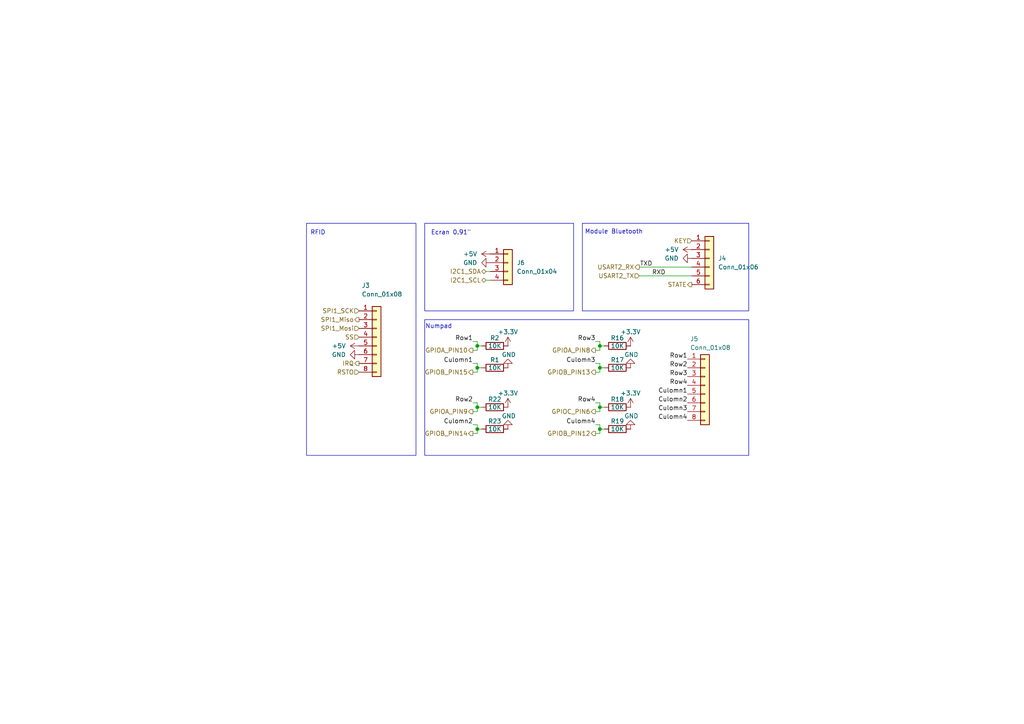
<source format=kicad_sch>
(kicad_sch
	(version 20231120)
	(generator "eeschema")
	(generator_version "8.0")
	(uuid "b70525e9-5106-4835-8f62-48c170525d7a")
	(paper "A4")
	(lib_symbols
		(symbol "Connector_Generic:Conn_01x04"
			(pin_names
				(offset 1.016) hide)
			(exclude_from_sim no)
			(in_bom yes)
			(on_board yes)
			(property "Reference" "J"
				(at 0 5.08 0)
				(effects
					(font
						(size 1.27 1.27)
					)
				)
			)
			(property "Value" "Conn_01x04"
				(at 0 -7.62 0)
				(effects
					(font
						(size 1.27 1.27)
					)
				)
			)
			(property "Footprint" ""
				(at 0 0 0)
				(effects
					(font
						(size 1.27 1.27)
					)
					(hide yes)
				)
			)
			(property "Datasheet" "~"
				(at 0 0 0)
				(effects
					(font
						(size 1.27 1.27)
					)
					(hide yes)
				)
			)
			(property "Description" "Generic connector, single row, 01x04, script generated (kicad-library-utils/schlib/autogen/connector/)"
				(at 0 0 0)
				(effects
					(font
						(size 1.27 1.27)
					)
					(hide yes)
				)
			)
			(property "ki_keywords" "connector"
				(at 0 0 0)
				(effects
					(font
						(size 1.27 1.27)
					)
					(hide yes)
				)
			)
			(property "ki_fp_filters" "Connector*:*_1x??_*"
				(at 0 0 0)
				(effects
					(font
						(size 1.27 1.27)
					)
					(hide yes)
				)
			)
			(symbol "Conn_01x04_1_1"
				(rectangle
					(start -1.27 -4.953)
					(end 0 -5.207)
					(stroke
						(width 0.1524)
						(type default)
					)
					(fill
						(type none)
					)
				)
				(rectangle
					(start -1.27 -2.413)
					(end 0 -2.667)
					(stroke
						(width 0.1524)
						(type default)
					)
					(fill
						(type none)
					)
				)
				(rectangle
					(start -1.27 0.127)
					(end 0 -0.127)
					(stroke
						(width 0.1524)
						(type default)
					)
					(fill
						(type none)
					)
				)
				(rectangle
					(start -1.27 2.667)
					(end 0 2.413)
					(stroke
						(width 0.1524)
						(type default)
					)
					(fill
						(type none)
					)
				)
				(rectangle
					(start -1.27 3.81)
					(end 1.27 -6.35)
					(stroke
						(width 0.254)
						(type default)
					)
					(fill
						(type background)
					)
				)
				(pin passive line
					(at -5.08 2.54 0)
					(length 3.81)
					(name "Pin_1"
						(effects
							(font
								(size 1.27 1.27)
							)
						)
					)
					(number "1"
						(effects
							(font
								(size 1.27 1.27)
							)
						)
					)
				)
				(pin passive line
					(at -5.08 0 0)
					(length 3.81)
					(name "Pin_2"
						(effects
							(font
								(size 1.27 1.27)
							)
						)
					)
					(number "2"
						(effects
							(font
								(size 1.27 1.27)
							)
						)
					)
				)
				(pin passive line
					(at -5.08 -2.54 0)
					(length 3.81)
					(name "Pin_3"
						(effects
							(font
								(size 1.27 1.27)
							)
						)
					)
					(number "3"
						(effects
							(font
								(size 1.27 1.27)
							)
						)
					)
				)
				(pin passive line
					(at -5.08 -5.08 0)
					(length 3.81)
					(name "Pin_4"
						(effects
							(font
								(size 1.27 1.27)
							)
						)
					)
					(number "4"
						(effects
							(font
								(size 1.27 1.27)
							)
						)
					)
				)
			)
		)
		(symbol "Connector_Generic:Conn_01x06"
			(pin_names
				(offset 1.016) hide)
			(exclude_from_sim no)
			(in_bom yes)
			(on_board yes)
			(property "Reference" "J"
				(at 0 7.62 0)
				(effects
					(font
						(size 1.27 1.27)
					)
				)
			)
			(property "Value" "Conn_01x06"
				(at 0 -10.16 0)
				(effects
					(font
						(size 1.27 1.27)
					)
				)
			)
			(property "Footprint" ""
				(at 0 0 0)
				(effects
					(font
						(size 1.27 1.27)
					)
					(hide yes)
				)
			)
			(property "Datasheet" "~"
				(at 0 0 0)
				(effects
					(font
						(size 1.27 1.27)
					)
					(hide yes)
				)
			)
			(property "Description" "Generic connector, single row, 01x06, script generated (kicad-library-utils/schlib/autogen/connector/)"
				(at 0 0 0)
				(effects
					(font
						(size 1.27 1.27)
					)
					(hide yes)
				)
			)
			(property "ki_keywords" "connector"
				(at 0 0 0)
				(effects
					(font
						(size 1.27 1.27)
					)
					(hide yes)
				)
			)
			(property "ki_fp_filters" "Connector*:*_1x??_*"
				(at 0 0 0)
				(effects
					(font
						(size 1.27 1.27)
					)
					(hide yes)
				)
			)
			(symbol "Conn_01x06_1_1"
				(rectangle
					(start -1.27 -7.493)
					(end 0 -7.747)
					(stroke
						(width 0.1524)
						(type default)
					)
					(fill
						(type none)
					)
				)
				(rectangle
					(start -1.27 -4.953)
					(end 0 -5.207)
					(stroke
						(width 0.1524)
						(type default)
					)
					(fill
						(type none)
					)
				)
				(rectangle
					(start -1.27 -2.413)
					(end 0 -2.667)
					(stroke
						(width 0.1524)
						(type default)
					)
					(fill
						(type none)
					)
				)
				(rectangle
					(start -1.27 0.127)
					(end 0 -0.127)
					(stroke
						(width 0.1524)
						(type default)
					)
					(fill
						(type none)
					)
				)
				(rectangle
					(start -1.27 2.667)
					(end 0 2.413)
					(stroke
						(width 0.1524)
						(type default)
					)
					(fill
						(type none)
					)
				)
				(rectangle
					(start -1.27 5.207)
					(end 0 4.953)
					(stroke
						(width 0.1524)
						(type default)
					)
					(fill
						(type none)
					)
				)
				(rectangle
					(start -1.27 6.35)
					(end 1.27 -8.89)
					(stroke
						(width 0.254)
						(type default)
					)
					(fill
						(type background)
					)
				)
				(pin passive line
					(at -5.08 5.08 0)
					(length 3.81)
					(name "Pin_1"
						(effects
							(font
								(size 1.27 1.27)
							)
						)
					)
					(number "1"
						(effects
							(font
								(size 1.27 1.27)
							)
						)
					)
				)
				(pin passive line
					(at -5.08 2.54 0)
					(length 3.81)
					(name "Pin_2"
						(effects
							(font
								(size 1.27 1.27)
							)
						)
					)
					(number "2"
						(effects
							(font
								(size 1.27 1.27)
							)
						)
					)
				)
				(pin passive line
					(at -5.08 0 0)
					(length 3.81)
					(name "Pin_3"
						(effects
							(font
								(size 1.27 1.27)
							)
						)
					)
					(number "3"
						(effects
							(font
								(size 1.27 1.27)
							)
						)
					)
				)
				(pin passive line
					(at -5.08 -2.54 0)
					(length 3.81)
					(name "Pin_4"
						(effects
							(font
								(size 1.27 1.27)
							)
						)
					)
					(number "4"
						(effects
							(font
								(size 1.27 1.27)
							)
						)
					)
				)
				(pin passive line
					(at -5.08 -5.08 0)
					(length 3.81)
					(name "Pin_5"
						(effects
							(font
								(size 1.27 1.27)
							)
						)
					)
					(number "5"
						(effects
							(font
								(size 1.27 1.27)
							)
						)
					)
				)
				(pin passive line
					(at -5.08 -7.62 0)
					(length 3.81)
					(name "Pin_6"
						(effects
							(font
								(size 1.27 1.27)
							)
						)
					)
					(number "6"
						(effects
							(font
								(size 1.27 1.27)
							)
						)
					)
				)
			)
		)
		(symbol "Connector_Generic:Conn_01x08"
			(pin_names
				(offset 1.016) hide)
			(exclude_from_sim no)
			(in_bom yes)
			(on_board yes)
			(property "Reference" "J"
				(at 0 10.16 0)
				(effects
					(font
						(size 1.27 1.27)
					)
				)
			)
			(property "Value" "Conn_01x08"
				(at 0 -12.7 0)
				(effects
					(font
						(size 1.27 1.27)
					)
				)
			)
			(property "Footprint" ""
				(at 0 0 0)
				(effects
					(font
						(size 1.27 1.27)
					)
					(hide yes)
				)
			)
			(property "Datasheet" "~"
				(at 0 0 0)
				(effects
					(font
						(size 1.27 1.27)
					)
					(hide yes)
				)
			)
			(property "Description" "Generic connector, single row, 01x08, script generated (kicad-library-utils/schlib/autogen/connector/)"
				(at 0 0 0)
				(effects
					(font
						(size 1.27 1.27)
					)
					(hide yes)
				)
			)
			(property "ki_keywords" "connector"
				(at 0 0 0)
				(effects
					(font
						(size 1.27 1.27)
					)
					(hide yes)
				)
			)
			(property "ki_fp_filters" "Connector*:*_1x??_*"
				(at 0 0 0)
				(effects
					(font
						(size 1.27 1.27)
					)
					(hide yes)
				)
			)
			(symbol "Conn_01x08_1_1"
				(rectangle
					(start -1.27 -10.033)
					(end 0 -10.287)
					(stroke
						(width 0.1524)
						(type default)
					)
					(fill
						(type none)
					)
				)
				(rectangle
					(start -1.27 -7.493)
					(end 0 -7.747)
					(stroke
						(width 0.1524)
						(type default)
					)
					(fill
						(type none)
					)
				)
				(rectangle
					(start -1.27 -4.953)
					(end 0 -5.207)
					(stroke
						(width 0.1524)
						(type default)
					)
					(fill
						(type none)
					)
				)
				(rectangle
					(start -1.27 -2.413)
					(end 0 -2.667)
					(stroke
						(width 0.1524)
						(type default)
					)
					(fill
						(type none)
					)
				)
				(rectangle
					(start -1.27 0.127)
					(end 0 -0.127)
					(stroke
						(width 0.1524)
						(type default)
					)
					(fill
						(type none)
					)
				)
				(rectangle
					(start -1.27 2.667)
					(end 0 2.413)
					(stroke
						(width 0.1524)
						(type default)
					)
					(fill
						(type none)
					)
				)
				(rectangle
					(start -1.27 5.207)
					(end 0 4.953)
					(stroke
						(width 0.1524)
						(type default)
					)
					(fill
						(type none)
					)
				)
				(rectangle
					(start -1.27 7.747)
					(end 0 7.493)
					(stroke
						(width 0.1524)
						(type default)
					)
					(fill
						(type none)
					)
				)
				(rectangle
					(start -1.27 8.89)
					(end 1.27 -11.43)
					(stroke
						(width 0.254)
						(type default)
					)
					(fill
						(type background)
					)
				)
				(pin passive line
					(at -5.08 7.62 0)
					(length 3.81)
					(name "Pin_1"
						(effects
							(font
								(size 1.27 1.27)
							)
						)
					)
					(number "1"
						(effects
							(font
								(size 1.27 1.27)
							)
						)
					)
				)
				(pin passive line
					(at -5.08 5.08 0)
					(length 3.81)
					(name "Pin_2"
						(effects
							(font
								(size 1.27 1.27)
							)
						)
					)
					(number "2"
						(effects
							(font
								(size 1.27 1.27)
							)
						)
					)
				)
				(pin passive line
					(at -5.08 2.54 0)
					(length 3.81)
					(name "Pin_3"
						(effects
							(font
								(size 1.27 1.27)
							)
						)
					)
					(number "3"
						(effects
							(font
								(size 1.27 1.27)
							)
						)
					)
				)
				(pin passive line
					(at -5.08 0 0)
					(length 3.81)
					(name "Pin_4"
						(effects
							(font
								(size 1.27 1.27)
							)
						)
					)
					(number "4"
						(effects
							(font
								(size 1.27 1.27)
							)
						)
					)
				)
				(pin passive line
					(at -5.08 -2.54 0)
					(length 3.81)
					(name "Pin_5"
						(effects
							(font
								(size 1.27 1.27)
							)
						)
					)
					(number "5"
						(effects
							(font
								(size 1.27 1.27)
							)
						)
					)
				)
				(pin passive line
					(at -5.08 -5.08 0)
					(length 3.81)
					(name "Pin_6"
						(effects
							(font
								(size 1.27 1.27)
							)
						)
					)
					(number "6"
						(effects
							(font
								(size 1.27 1.27)
							)
						)
					)
				)
				(pin passive line
					(at -5.08 -7.62 0)
					(length 3.81)
					(name "Pin_7"
						(effects
							(font
								(size 1.27 1.27)
							)
						)
					)
					(number "7"
						(effects
							(font
								(size 1.27 1.27)
							)
						)
					)
				)
				(pin passive line
					(at -5.08 -10.16 0)
					(length 3.81)
					(name "Pin_8"
						(effects
							(font
								(size 1.27 1.27)
							)
						)
					)
					(number "8"
						(effects
							(font
								(size 1.27 1.27)
							)
						)
					)
				)
			)
		)
		(symbol "Device:R"
			(pin_numbers hide)
			(pin_names
				(offset 0)
			)
			(exclude_from_sim no)
			(in_bom yes)
			(on_board yes)
			(property "Reference" "R"
				(at 2.032 0 90)
				(effects
					(font
						(size 1.27 1.27)
					)
				)
			)
			(property "Value" "R"
				(at 0 0 90)
				(effects
					(font
						(size 1.27 1.27)
					)
				)
			)
			(property "Footprint" ""
				(at -1.778 0 90)
				(effects
					(font
						(size 1.27 1.27)
					)
					(hide yes)
				)
			)
			(property "Datasheet" "~"
				(at 0 0 0)
				(effects
					(font
						(size 1.27 1.27)
					)
					(hide yes)
				)
			)
			(property "Description" "Resistor"
				(at 0 0 0)
				(effects
					(font
						(size 1.27 1.27)
					)
					(hide yes)
				)
			)
			(property "ki_keywords" "R res resistor"
				(at 0 0 0)
				(effects
					(font
						(size 1.27 1.27)
					)
					(hide yes)
				)
			)
			(property "ki_fp_filters" "R_*"
				(at 0 0 0)
				(effects
					(font
						(size 1.27 1.27)
					)
					(hide yes)
				)
			)
			(symbol "R_0_1"
				(rectangle
					(start -1.016 -2.54)
					(end 1.016 2.54)
					(stroke
						(width 0.254)
						(type default)
					)
					(fill
						(type none)
					)
				)
			)
			(symbol "R_1_1"
				(pin passive line
					(at 0 3.81 270)
					(length 1.27)
					(name "~"
						(effects
							(font
								(size 1.27 1.27)
							)
						)
					)
					(number "1"
						(effects
							(font
								(size 1.27 1.27)
							)
						)
					)
				)
				(pin passive line
					(at 0 -3.81 90)
					(length 1.27)
					(name "~"
						(effects
							(font
								(size 1.27 1.27)
							)
						)
					)
					(number "2"
						(effects
							(font
								(size 1.27 1.27)
							)
						)
					)
				)
			)
		)
		(symbol "power:GND"
			(power)
			(pin_numbers hide)
			(pin_names
				(offset 0) hide)
			(exclude_from_sim no)
			(in_bom yes)
			(on_board yes)
			(property "Reference" "#PWR"
				(at 0 -6.35 0)
				(effects
					(font
						(size 1.27 1.27)
					)
					(hide yes)
				)
			)
			(property "Value" "GND"
				(at 0 -3.81 0)
				(effects
					(font
						(size 1.27 1.27)
					)
				)
			)
			(property "Footprint" ""
				(at 0 0 0)
				(effects
					(font
						(size 1.27 1.27)
					)
					(hide yes)
				)
			)
			(property "Datasheet" ""
				(at 0 0 0)
				(effects
					(font
						(size 1.27 1.27)
					)
					(hide yes)
				)
			)
			(property "Description" "Power symbol creates a global label with name \"GND\" , ground"
				(at 0 0 0)
				(effects
					(font
						(size 1.27 1.27)
					)
					(hide yes)
				)
			)
			(property "ki_keywords" "global power"
				(at 0 0 0)
				(effects
					(font
						(size 1.27 1.27)
					)
					(hide yes)
				)
			)
			(symbol "GND_0_1"
				(polyline
					(pts
						(xy 0 0) (xy 0 -1.27) (xy 1.27 -1.27) (xy 0 -2.54) (xy -1.27 -1.27) (xy 0 -1.27)
					)
					(stroke
						(width 0)
						(type default)
					)
					(fill
						(type none)
					)
				)
			)
			(symbol "GND_1_1"
				(pin power_in line
					(at 0 0 270)
					(length 0)
					(name "~"
						(effects
							(font
								(size 1.27 1.27)
							)
						)
					)
					(number "1"
						(effects
							(font
								(size 1.27 1.27)
							)
						)
					)
				)
			)
		)
		(symbol "power:VCC"
			(power)
			(pin_numbers hide)
			(pin_names
				(offset 0) hide)
			(exclude_from_sim no)
			(in_bom yes)
			(on_board yes)
			(property "Reference" "#PWR"
				(at 0 -3.81 0)
				(effects
					(font
						(size 1.27 1.27)
					)
					(hide yes)
				)
			)
			(property "Value" "VCC"
				(at 0 3.556 0)
				(effects
					(font
						(size 1.27 1.27)
					)
				)
			)
			(property "Footprint" ""
				(at 0 0 0)
				(effects
					(font
						(size 1.27 1.27)
					)
					(hide yes)
				)
			)
			(property "Datasheet" ""
				(at 0 0 0)
				(effects
					(font
						(size 1.27 1.27)
					)
					(hide yes)
				)
			)
			(property "Description" "Power symbol creates a global label with name \"VCC\""
				(at 0 0 0)
				(effects
					(font
						(size 1.27 1.27)
					)
					(hide yes)
				)
			)
			(property "ki_keywords" "global power"
				(at 0 0 0)
				(effects
					(font
						(size 1.27 1.27)
					)
					(hide yes)
				)
			)
			(symbol "VCC_0_1"
				(polyline
					(pts
						(xy -0.762 1.27) (xy 0 2.54)
					)
					(stroke
						(width 0)
						(type default)
					)
					(fill
						(type none)
					)
				)
				(polyline
					(pts
						(xy 0 0) (xy 0 2.54)
					)
					(stroke
						(width 0)
						(type default)
					)
					(fill
						(type none)
					)
				)
				(polyline
					(pts
						(xy 0 2.54) (xy 0.762 1.27)
					)
					(stroke
						(width 0)
						(type default)
					)
					(fill
						(type none)
					)
				)
			)
			(symbol "VCC_1_1"
				(pin power_in line
					(at 0 0 90)
					(length 0)
					(name "~"
						(effects
							(font
								(size 1.27 1.27)
							)
						)
					)
					(number "1"
						(effects
							(font
								(size 1.27 1.27)
							)
						)
					)
				)
			)
		)
	)
	(junction
		(at 138.43 100.33)
		(diameter 0)
		(color 0 0 0 0)
		(uuid "0271b318-4ac5-4531-b69e-06f77e8732f5")
	)
	(junction
		(at 138.43 118.11)
		(diameter 0)
		(color 0 0 0 0)
		(uuid "2c10a990-96bb-4fd9-b91a-70d3c74af652")
	)
	(junction
		(at 173.99 100.33)
		(diameter 0)
		(color 0 0 0 0)
		(uuid "312c6af5-d831-4c2b-95d5-5331eb63fcce")
	)
	(junction
		(at 173.99 124.46)
		(diameter 0)
		(color 0 0 0 0)
		(uuid "3b26a779-e3ca-4e34-bf36-48a104a27f1e")
	)
	(junction
		(at 138.43 106.68)
		(diameter 0)
		(color 0 0 0 0)
		(uuid "47f620a8-66d3-4258-a522-c690e63c3abe")
	)
	(junction
		(at 173.99 106.68)
		(diameter 0)
		(color 0 0 0 0)
		(uuid "606a289c-42c6-4fa0-8f74-308c51f146a7")
	)
	(junction
		(at 173.99 118.11)
		(diameter 0)
		(color 0 0 0 0)
		(uuid "726a6431-04fe-46e6-8a8f-19533862b494")
	)
	(junction
		(at 138.43 124.46)
		(diameter 0)
		(color 0 0 0 0)
		(uuid "bcb71585-f46a-4704-9b29-1c57a2042d7d")
	)
	(wire
		(pts
			(xy 173.99 106.68) (xy 175.26 106.68)
		)
		(stroke
			(width 0)
			(type default)
		)
		(uuid "1222866f-b15b-421a-b347-c210e93b0756")
	)
	(wire
		(pts
			(xy 140.97 78.74) (xy 142.24 78.74)
		)
		(stroke
			(width 0)
			(type default)
		)
		(uuid "1f0cbbf6-8a8a-49ce-92fd-1e2f00a8b74c")
	)
	(wire
		(pts
			(xy 173.99 107.95) (xy 173.99 106.68)
		)
		(stroke
			(width 0)
			(type default)
		)
		(uuid "21605e53-ff82-45b5-9674-3b83b46c2c23")
	)
	(wire
		(pts
			(xy 172.72 99.06) (xy 173.99 99.06)
		)
		(stroke
			(width 0)
			(type default)
		)
		(uuid "21623375-1cec-4b3f-8d8a-8ba3b4c2e58c")
	)
	(wire
		(pts
			(xy 172.72 105.41) (xy 173.99 105.41)
		)
		(stroke
			(width 0)
			(type default)
		)
		(uuid "242a2d46-ead1-4347-913f-9e9b6e9417c9")
	)
	(wire
		(pts
			(xy 185.42 80.01) (xy 200.66 80.01)
		)
		(stroke
			(width 0)
			(type default)
		)
		(uuid "25c027e1-5b7a-4c3d-9a75-c20e51052e19")
	)
	(wire
		(pts
			(xy 173.99 125.73) (xy 173.99 124.46)
		)
		(stroke
			(width 0)
			(type default)
		)
		(uuid "28c7caa2-4d68-4091-86e8-c086934045dd")
	)
	(wire
		(pts
			(xy 173.99 119.38) (xy 172.72 119.38)
		)
		(stroke
			(width 0)
			(type default)
		)
		(uuid "2a45cd80-6626-4576-bd0d-60d3743d68e6")
	)
	(wire
		(pts
			(xy 138.43 100.33) (xy 138.43 101.6)
		)
		(stroke
			(width 0)
			(type default)
		)
		(uuid "2c47c897-ca00-4649-b01b-75873f14299f")
	)
	(wire
		(pts
			(xy 138.43 107.95) (xy 138.43 106.68)
		)
		(stroke
			(width 0)
			(type default)
		)
		(uuid "2f0b3600-7b17-4302-b324-5b90a47cb86a")
	)
	(wire
		(pts
			(xy 138.43 106.68) (xy 139.7 106.68)
		)
		(stroke
			(width 0)
			(type default)
		)
		(uuid "35124ed1-2e2a-404f-9606-e1bfbcf4caf6")
	)
	(wire
		(pts
			(xy 138.43 123.19) (xy 138.43 124.46)
		)
		(stroke
			(width 0)
			(type default)
		)
		(uuid "3b80b30b-0ee2-4ac2-9778-f7223f966b8d")
	)
	(wire
		(pts
			(xy 138.43 119.38) (xy 137.16 119.38)
		)
		(stroke
			(width 0)
			(type default)
		)
		(uuid "3dddec8a-463e-4dd6-a8c7-c9e308e689d8")
	)
	(wire
		(pts
			(xy 138.43 125.73) (xy 138.43 124.46)
		)
		(stroke
			(width 0)
			(type default)
		)
		(uuid "408b2a64-d9c9-4b12-bf84-c21bdf1900b5")
	)
	(wire
		(pts
			(xy 137.16 125.73) (xy 138.43 125.73)
		)
		(stroke
			(width 0)
			(type default)
		)
		(uuid "412d99ca-b5d7-41d6-98f5-e4ee0d1d236b")
	)
	(wire
		(pts
			(xy 137.16 116.84) (xy 138.43 116.84)
		)
		(stroke
			(width 0)
			(type default)
		)
		(uuid "42bc034d-e9a0-4c7e-b229-afc455fd5b27")
	)
	(wire
		(pts
			(xy 173.99 118.11) (xy 175.26 118.11)
		)
		(stroke
			(width 0)
			(type default)
		)
		(uuid "4e12251b-7dc2-4ec1-9a19-241a046a70ae")
	)
	(wire
		(pts
			(xy 173.99 100.33) (xy 175.26 100.33)
		)
		(stroke
			(width 0)
			(type default)
		)
		(uuid "500fd835-e16f-4b26-b0e3-a8ee6ae0c350")
	)
	(wire
		(pts
			(xy 173.99 124.46) (xy 175.26 124.46)
		)
		(stroke
			(width 0)
			(type default)
		)
		(uuid "5862b0c1-108b-4246-b1d4-dddbf78a3be3")
	)
	(wire
		(pts
			(xy 173.99 116.84) (xy 173.99 118.11)
		)
		(stroke
			(width 0)
			(type default)
		)
		(uuid "591fdca6-70b7-4922-b39d-3e84bb1b17ab")
	)
	(wire
		(pts
			(xy 138.43 99.06) (xy 138.43 100.33)
		)
		(stroke
			(width 0)
			(type default)
		)
		(uuid "6ba11064-3227-463b-b507-0810d142da83")
	)
	(wire
		(pts
			(xy 137.16 105.41) (xy 138.43 105.41)
		)
		(stroke
			(width 0)
			(type default)
		)
		(uuid "712c76ee-c4a6-4b69-97df-a77a7f95685a")
	)
	(wire
		(pts
			(xy 137.16 107.95) (xy 138.43 107.95)
		)
		(stroke
			(width 0)
			(type default)
		)
		(uuid "7266b93e-bb59-4583-8a8f-1436710b98b4")
	)
	(wire
		(pts
			(xy 138.43 105.41) (xy 138.43 106.68)
		)
		(stroke
			(width 0)
			(type default)
		)
		(uuid "7313bd36-4619-4491-84dc-03a3cb6ce88d")
	)
	(wire
		(pts
			(xy 138.43 116.84) (xy 138.43 118.11)
		)
		(stroke
			(width 0)
			(type default)
		)
		(uuid "7331c830-a4b4-43d9-b4ae-046bbf07e64c")
	)
	(wire
		(pts
			(xy 172.72 125.73) (xy 173.99 125.73)
		)
		(stroke
			(width 0)
			(type default)
		)
		(uuid "78730c1e-b897-4af9-a65b-446494321e3c")
	)
	(wire
		(pts
			(xy 173.99 105.41) (xy 173.99 106.68)
		)
		(stroke
			(width 0)
			(type default)
		)
		(uuid "7f8ddd7c-5786-4f75-8630-acb6bbb8b5ae")
	)
	(wire
		(pts
			(xy 138.43 100.33) (xy 139.7 100.33)
		)
		(stroke
			(width 0)
			(type default)
		)
		(uuid "8423f2ec-de7c-4c9e-9241-d1073030c25b")
	)
	(wire
		(pts
			(xy 138.43 118.11) (xy 138.43 119.38)
		)
		(stroke
			(width 0)
			(type default)
		)
		(uuid "8cedba45-019a-4460-bc29-ed91089adab0")
	)
	(wire
		(pts
			(xy 173.99 118.11) (xy 173.99 119.38)
		)
		(stroke
			(width 0)
			(type default)
		)
		(uuid "9c1e0774-2459-4f4e-9225-c231a1a15adb")
	)
	(wire
		(pts
			(xy 137.16 123.19) (xy 138.43 123.19)
		)
		(stroke
			(width 0)
			(type default)
		)
		(uuid "9cb58d59-42b0-476b-b823-f776645e5fe2")
	)
	(wire
		(pts
			(xy 138.43 118.11) (xy 139.7 118.11)
		)
		(stroke
			(width 0)
			(type default)
		)
		(uuid "9dd64f0e-8d49-4fb5-beff-fe150c54f819")
	)
	(wire
		(pts
			(xy 138.43 101.6) (xy 137.16 101.6)
		)
		(stroke
			(width 0)
			(type default)
		)
		(uuid "a2cb10fb-6fe9-4cb9-b9cb-2f07e906c57b")
	)
	(wire
		(pts
			(xy 172.72 123.19) (xy 173.99 123.19)
		)
		(stroke
			(width 0)
			(type default)
		)
		(uuid "a32c1c56-90c7-4705-9af1-cace8ce5de49")
	)
	(wire
		(pts
			(xy 173.99 100.33) (xy 173.99 101.6)
		)
		(stroke
			(width 0)
			(type default)
		)
		(uuid "a3ef04ee-80be-4b4b-b64b-4ee9cba5331a")
	)
	(wire
		(pts
			(xy 140.97 81.28) (xy 142.24 81.28)
		)
		(stroke
			(width 0)
			(type default)
		)
		(uuid "aaffba26-c949-44b8-b4ee-f27fdb3aea29")
	)
	(wire
		(pts
			(xy 173.99 99.06) (xy 173.99 100.33)
		)
		(stroke
			(width 0)
			(type default)
		)
		(uuid "b7ba850b-5884-4ff9-b67e-7637b4c2abc1")
	)
	(wire
		(pts
			(xy 138.43 124.46) (xy 139.7 124.46)
		)
		(stroke
			(width 0)
			(type default)
		)
		(uuid "c15416cf-6dc7-4576-8503-651f9be3148f")
	)
	(wire
		(pts
			(xy 185.42 77.47) (xy 200.66 77.47)
		)
		(stroke
			(width 0)
			(type default)
		)
		(uuid "cdcc09d2-5ec4-4dbb-8931-1eb632ba426a")
	)
	(wire
		(pts
			(xy 173.99 101.6) (xy 172.72 101.6)
		)
		(stroke
			(width 0)
			(type default)
		)
		(uuid "dc535975-7b73-4d65-9f83-5f47a7abc8f2")
	)
	(wire
		(pts
			(xy 173.99 123.19) (xy 173.99 124.46)
		)
		(stroke
			(width 0)
			(type default)
		)
		(uuid "dcdd226e-628d-47a4-976c-0b922b6d3ca2")
	)
	(wire
		(pts
			(xy 172.72 116.84) (xy 173.99 116.84)
		)
		(stroke
			(width 0)
			(type default)
		)
		(uuid "debc6aaa-861a-4b0c-bfec-563ab9d37ede")
	)
	(wire
		(pts
			(xy 172.72 107.95) (xy 173.99 107.95)
		)
		(stroke
			(width 0)
			(type default)
		)
		(uuid "e2d8b8dd-cced-4a74-a860-caafa9839476")
	)
	(wire
		(pts
			(xy 137.16 99.06) (xy 138.43 99.06)
		)
		(stroke
			(width 0)
			(type default)
		)
		(uuid "f423436c-5af5-42c2-8b3b-c2b4c9c2f5c5")
	)
	(rectangle
		(start 88.9 64.77)
		(end 120.65 132.08)
		(stroke
			(width 0)
			(type default)
		)
		(fill
			(type none)
		)
		(uuid 408cef77-147e-43f3-a684-d23fb6c0a47f)
	)
	(rectangle
		(start 168.91 64.77)
		(end 217.17 90.17)
		(stroke
			(width 0)
			(type default)
		)
		(fill
			(type none)
		)
		(uuid 6be7e32b-20d3-4e59-b1c1-6760218597f4)
	)
	(rectangle
		(start 123.19 64.77)
		(end 166.37 90.17)
		(stroke
			(width 0)
			(type default)
		)
		(fill
			(type none)
		)
		(uuid d966023c-98ab-4737-8e1c-6182b9014ce9)
	)
	(rectangle
		(start 123.19 92.71)
		(end 217.17 132.08)
		(stroke
			(width 0)
			(type default)
		)
		(fill
			(type none)
		)
		(uuid ffa0db3d-a241-4fa6-b935-790b3ebf6c43)
	)
	(text "Numpad"
		(exclude_from_sim no)
		(at 127.254 94.742 0)
		(effects
			(font
				(size 1.27 1.27)
			)
		)
		(uuid "0d432735-310f-47c6-bff0-306dc75749fb")
	)
	(text "RFID\n"
		(exclude_from_sim no)
		(at 92.202 67.564 0)
		(effects
			(font
				(size 1.27 1.27)
			)
		)
		(uuid "cb6f21b2-355b-466f-b990-567915c26f53")
	)
	(text "Module Bluetooth\n"
		(exclude_from_sim no)
		(at 178.054 67.31 0)
		(effects
			(font
				(size 1.27 1.27)
			)
		)
		(uuid "f3709bc2-adee-4387-8f5a-57f222fa6f9d")
	)
	(text "Ecran 0.91\"\n"
		(exclude_from_sim no)
		(at 130.81 67.564 0)
		(effects
			(font
				(size 1.27 1.27)
			)
		)
		(uuid "f7ae6a7b-a0c6-422b-9748-a93edfca7ac0")
	)
	(label "Row2"
		(at 199.39 106.68 180)
		(effects
			(font
				(size 1.27 1.27)
			)
			(justify right bottom)
		)
		(uuid "076ccd8c-18b1-4f03-be09-6ea0ed128e53")
	)
	(label "Row4"
		(at 199.39 111.76 180)
		(effects
			(font
				(size 1.27 1.27)
			)
			(justify right bottom)
		)
		(uuid "0edc8867-7355-4f18-9c48-54b9c7fe811e")
	)
	(label "RXD"
		(at 193.04 80.01 180)
		(effects
			(font
				(size 1.27 1.27)
			)
			(justify right bottom)
		)
		(uuid "169d197e-111c-4091-b275-babafc800bb6")
	)
	(label "Row1"
		(at 137.16 99.06 180)
		(effects
			(font
				(size 1.27 1.27)
			)
			(justify right bottom)
		)
		(uuid "1cf000bb-b4b4-4195-834f-5e76a91ff650")
	)
	(label "Culomn3"
		(at 199.39 119.38 180)
		(effects
			(font
				(size 1.27 1.27)
			)
			(justify right bottom)
		)
		(uuid "1f0b6c2a-d85b-4d86-af94-3f0ca2ce62bd")
	)
	(label "Culomn1"
		(at 137.16 105.41 180)
		(effects
			(font
				(size 1.27 1.27)
			)
			(justify right bottom)
		)
		(uuid "42a0df4c-fa7b-497c-8893-f351c7960d12")
	)
	(label "Row4"
		(at 172.72 116.84 180)
		(effects
			(font
				(size 1.27 1.27)
			)
			(justify right bottom)
		)
		(uuid "53237bd7-b242-41d7-8d60-39c73ee9c33a")
	)
	(label "TXD"
		(at 189.23 77.47 180)
		(effects
			(font
				(size 1.27 1.27)
			)
			(justify right bottom)
		)
		(uuid "5c7d6813-8880-4ac8-8e3c-6ff429b012ef")
	)
	(label "Culomn2"
		(at 199.39 116.84 180)
		(effects
			(font
				(size 1.27 1.27)
			)
			(justify right bottom)
		)
		(uuid "858660e7-38e3-417e-be27-f8331afe3a7b")
	)
	(label "Culomn2"
		(at 137.16 123.19 180)
		(effects
			(font
				(size 1.27 1.27)
			)
			(justify right bottom)
		)
		(uuid "95164ed1-f432-4f49-a77a-69da83af1e8a")
	)
	(label "Culomn4"
		(at 199.39 121.92 180)
		(effects
			(font
				(size 1.27 1.27)
			)
			(justify right bottom)
		)
		(uuid "97923e39-8d23-4c9b-a95e-8e6ee18fcfda")
	)
	(label "Row1"
		(at 199.39 104.14 180)
		(effects
			(font
				(size 1.27 1.27)
			)
			(justify right bottom)
		)
		(uuid "acd4b13c-cac3-4322-b61e-1e94bf68914f")
	)
	(label "Culomn1"
		(at 199.39 114.3 180)
		(effects
			(font
				(size 1.27 1.27)
			)
			(justify right bottom)
		)
		(uuid "c74d8d3b-0988-43bb-a129-b3b825ab80cf")
	)
	(label "Row2"
		(at 137.16 116.84 180)
		(effects
			(font
				(size 1.27 1.27)
			)
			(justify right bottom)
		)
		(uuid "cbcc4304-dd7d-447f-9f65-2d22b4075200")
	)
	(label "Row3"
		(at 172.72 99.06 180)
		(effects
			(font
				(size 1.27 1.27)
			)
			(justify right bottom)
		)
		(uuid "cf5dc051-371a-44cb-aad1-bbc46113658b")
	)
	(label "Culomn3"
		(at 172.72 105.41 180)
		(effects
			(font
				(size 1.27 1.27)
			)
			(justify right bottom)
		)
		(uuid "d674fb87-a683-4653-b0d1-2d6640f596cb")
	)
	(label "Culomn4"
		(at 172.72 123.19 180)
		(effects
			(font
				(size 1.27 1.27)
			)
			(justify right bottom)
		)
		(uuid "e05e171a-a58b-43d1-b3a1-533c6b8756bf")
	)
	(label "Row3"
		(at 199.39 109.22 180)
		(effects
			(font
				(size 1.27 1.27)
			)
			(justify right bottom)
		)
		(uuid "e0cd760a-67ce-4e05-932c-899718ed64f4")
	)
	(hierarchical_label "GPIOB_PIN14"
		(shape output)
		(at 137.16 125.73 180)
		(effects
			(font
				(size 1.27 1.27)
			)
			(justify right)
		)
		(uuid "0282afc2-c504-4760-a33b-c49b3c0bbc61")
	)
	(hierarchical_label "GPIOA_PIN9"
		(shape output)
		(at 137.16 119.38 180)
		(effects
			(font
				(size 1.27 1.27)
			)
			(justify right)
		)
		(uuid "0527318a-d6e5-458d-86a5-27019fcf7eed")
	)
	(hierarchical_label "SPI1_SCK"
		(shape input)
		(at 104.14 90.17 180)
		(effects
			(font
				(size 1.27 1.27)
			)
			(justify right)
		)
		(uuid "09135cfe-24a8-40bb-ae2b-a5684dfa746d")
	)
	(hierarchical_label "SS"
		(shape input)
		(at 104.14 97.79 180)
		(effects
			(font
				(size 1.27 1.27)
			)
			(justify right)
		)
		(uuid "155b43a4-27f5-4163-b71b-20839b2ea44b")
	)
	(hierarchical_label "USART2_RX"
		(shape output)
		(at 185.42 77.47 180)
		(effects
			(font
				(size 1.27 1.27)
			)
			(justify right)
		)
		(uuid "22e0b255-3097-47c8-8d84-d381519f954a")
	)
	(hierarchical_label "KEY"
		(shape input)
		(at 200.66 69.85 180)
		(effects
			(font
				(size 1.27 1.27)
			)
			(justify right)
		)
		(uuid "2cead957-05e6-4617-85c7-b0fc0aa58eee")
	)
	(hierarchical_label "STATE"
		(shape output)
		(at 200.66 82.55 180)
		(effects
			(font
				(size 1.27 1.27)
			)
			(justify right)
		)
		(uuid "41d93b3c-207a-42d4-84be-8b6dad034b77")
	)
	(hierarchical_label "GPIOC_PIN6"
		(shape output)
		(at 172.72 119.38 180)
		(effects
			(font
				(size 1.27 1.27)
			)
			(justify right)
		)
		(uuid "4eae8bbb-385f-4c95-83c1-40735ce2db39")
	)
	(hierarchical_label "RSTO"
		(shape input)
		(at 104.14 107.95 180)
		(effects
			(font
				(size 1.27 1.27)
			)
			(justify right)
		)
		(uuid "54ba13ef-51bd-4b7c-9ce6-c08ac4f94a3e")
	)
	(hierarchical_label "GPIOB_PIN13"
		(shape output)
		(at 172.72 107.95 180)
		(effects
			(font
				(size 1.27 1.27)
			)
			(justify right)
		)
		(uuid "5953a84a-3d74-41f8-a9bb-6184dec5100b")
	)
	(hierarchical_label "IRQ"
		(shape output)
		(at 104.14 105.41 180)
		(effects
			(font
				(size 1.27 1.27)
			)
			(justify right)
		)
		(uuid "61befd71-75e2-4a0c-add8-9664a55b7a82")
	)
	(hierarchical_label "GPIOB_PIN15"
		(shape output)
		(at 137.16 107.95 180)
		(effects
			(font
				(size 1.27 1.27)
			)
			(justify right)
		)
		(uuid "6ea455eb-0f31-460c-8bf4-fad408717ef6")
	)
	(hierarchical_label "GPIOB_PIN12"
		(shape output)
		(at 172.72 125.73 180)
		(effects
			(font
				(size 1.27 1.27)
			)
			(justify right)
		)
		(uuid "7a745bea-6e91-4a7b-a1a8-f9ea4ce0295b")
	)
	(hierarchical_label "SPI1_Mosi"
		(shape input)
		(at 104.14 95.25 180)
		(effects
			(font
				(size 1.27 1.27)
			)
			(justify right)
		)
		(uuid "857c59e3-5631-4964-bf46-69efc373adf0")
	)
	(hierarchical_label "SPI1_Miso"
		(shape output)
		(at 104.14 92.71 180)
		(effects
			(font
				(size 1.27 1.27)
			)
			(justify right)
		)
		(uuid "9475b17d-4034-4112-9d2f-d9eeb432c9d5")
	)
	(hierarchical_label "I2C1_SDA"
		(shape bidirectional)
		(at 140.97 78.74 180)
		(effects
			(font
				(size 1.27 1.27)
			)
			(justify right)
		)
		(uuid "a88d9849-4b37-473e-8150-48ef6e236ae4")
	)
	(hierarchical_label "GPIOA_PIN8"
		(shape output)
		(at 172.72 101.6 180)
		(effects
			(font
				(size 1.27 1.27)
			)
			(justify right)
		)
		(uuid "b7a1922f-1e2a-4d68-822f-4d4bb83dccdc")
	)
	(hierarchical_label "I2C1_SCL"
		(shape bidirectional)
		(at 140.97 81.28 180)
		(effects
			(font
				(size 1.27 1.27)
			)
			(justify right)
		)
		(uuid "c28fe237-3270-4615-a761-3198a0f6ca6f")
	)
	(hierarchical_label "USART2_TX"
		(shape input)
		(at 185.42 80.01 180)
		(effects
			(font
				(size 1.27 1.27)
			)
			(justify right)
		)
		(uuid "ce20f034-d926-44aa-83c7-2c986a2dd70e")
	)
	(hierarchical_label "GPIOA_PIN10"
		(shape output)
		(at 137.16 101.6 180)
		(effects
			(font
				(size 1.27 1.27)
			)
			(justify right)
		)
		(uuid "d2c231c3-a845-45cf-89ca-976922413415")
	)
	(symbol
		(lib_id "Device:R")
		(at 179.07 100.33 90)
		(unit 1)
		(exclude_from_sim no)
		(in_bom yes)
		(on_board yes)
		(dnp no)
		(uuid "0537c7e7-e8e2-470d-a4ab-723791f25827")
		(property "Reference" "R16"
			(at 179.07 98.044 90)
			(effects
				(font
					(size 1.27 1.27)
				)
			)
		)
		(property "Value" "10K"
			(at 179.07 100.33 90)
			(effects
				(font
					(size 1.27 1.27)
				)
			)
		)
		(property "Footprint" "Resistor_SMD:R_0402_1005Metric"
			(at 179.07 102.108 90)
			(effects
				(font
					(size 1.27 1.27)
				)
				(hide yes)
			)
		)
		(property "Datasheet" "~"
			(at 179.07 100.33 0)
			(effects
				(font
					(size 1.27 1.27)
				)
				(hide yes)
			)
		)
		(property "Description" "Resistor"
			(at 179.07 100.33 0)
			(effects
				(font
					(size 1.27 1.27)
				)
				(hide yes)
			)
		)
		(pin "1"
			(uuid "d3457893-0bc5-4a0f-bd4f-a3ae6cf06485")
		)
		(pin "2"
			(uuid "d79e13d7-d35a-42f5-a5f2-c3faba690768")
		)
		(instances
			(project "PCB_Module_Payement"
				(path "/48ddf8d7-54b6-4c34-8554-2bb8e32bda4b/9cac3b02-6fd8-40b5-8eac-d08f1fb9f7d0"
					(reference "R16")
					(unit 1)
				)
			)
		)
	)
	(symbol
		(lib_id "power:GND")
		(at 182.88 106.68 180)
		(unit 1)
		(exclude_from_sim no)
		(in_bom yes)
		(on_board yes)
		(dnp no)
		(uuid "084d07d1-f63d-4d03-9f9b-83f647ffdd6d")
		(property "Reference" "#PWR048"
			(at 182.88 100.33 0)
			(effects
				(font
					(size 1.27 1.27)
				)
				(hide yes)
			)
		)
		(property "Value" "GND"
			(at 183.134 102.87 0)
			(effects
				(font
					(size 1.27 1.27)
				)
			)
		)
		(property "Footprint" ""
			(at 182.88 106.68 0)
			(effects
				(font
					(size 1.27 1.27)
				)
				(hide yes)
			)
		)
		(property "Datasheet" ""
			(at 182.88 106.68 0)
			(effects
				(font
					(size 1.27 1.27)
				)
				(hide yes)
			)
		)
		(property "Description" "Power symbol creates a global label with name \"GND\" , ground"
			(at 182.88 106.68 0)
			(effects
				(font
					(size 1.27 1.27)
				)
				(hide yes)
			)
		)
		(pin "1"
			(uuid "72af2d9f-e3a7-40de-b549-05840e671d67")
		)
		(instances
			(project "PCB_Module_Payement"
				(path "/48ddf8d7-54b6-4c34-8554-2bb8e32bda4b/9cac3b02-6fd8-40b5-8eac-d08f1fb9f7d0"
					(reference "#PWR048")
					(unit 1)
				)
			)
		)
	)
	(symbol
		(lib_id "power:VCC")
		(at 104.14 100.33 90)
		(unit 1)
		(exclude_from_sim no)
		(in_bom yes)
		(on_board yes)
		(dnp no)
		(fields_autoplaced yes)
		(uuid "1b4abf66-094e-4796-84ba-2a2affe37d76")
		(property "Reference" "#PWR041"
			(at 107.95 100.33 0)
			(effects
				(font
					(size 1.27 1.27)
				)
				(hide yes)
			)
		)
		(property "Value" "+5V"
			(at 100.33 100.3299 90)
			(effects
				(font
					(size 1.27 1.27)
				)
				(justify left)
			)
		)
		(property "Footprint" ""
			(at 104.14 100.33 0)
			(effects
				(font
					(size 1.27 1.27)
				)
				(hide yes)
			)
		)
		(property "Datasheet" ""
			(at 104.14 100.33 0)
			(effects
				(font
					(size 1.27 1.27)
				)
				(hide yes)
			)
		)
		(property "Description" "Power symbol creates a global label with name \"VCC\""
			(at 104.14 100.33 0)
			(effects
				(font
					(size 1.27 1.27)
				)
				(hide yes)
			)
		)
		(pin "1"
			(uuid "8f79d060-0f1e-4572-8802-29fc145582a4")
		)
		(instances
			(project ""
				(path "/48ddf8d7-54b6-4c34-8554-2bb8e32bda4b/9cac3b02-6fd8-40b5-8eac-d08f1fb9f7d0"
					(reference "#PWR041")
					(unit 1)
				)
			)
		)
	)
	(symbol
		(lib_id "power:VCC")
		(at 147.32 118.11 0)
		(unit 1)
		(exclude_from_sim no)
		(in_bom yes)
		(on_board yes)
		(dnp no)
		(uuid "2588792d-ca9d-43cb-8213-514bd1fe9775")
		(property "Reference" "#PWR053"
			(at 147.32 121.92 0)
			(effects
				(font
					(size 1.27 1.27)
				)
				(hide yes)
			)
		)
		(property "Value" "+3.3V"
			(at 147.32 114.046 0)
			(effects
				(font
					(size 1.27 1.27)
				)
			)
		)
		(property "Footprint" ""
			(at 147.32 118.11 0)
			(effects
				(font
					(size 1.27 1.27)
				)
				(hide yes)
			)
		)
		(property "Datasheet" ""
			(at 147.32 118.11 0)
			(effects
				(font
					(size 1.27 1.27)
				)
				(hide yes)
			)
		)
		(property "Description" "Power symbol creates a global label with name \"VCC\""
			(at 147.32 118.11 0)
			(effects
				(font
					(size 1.27 1.27)
				)
				(hide yes)
			)
		)
		(pin "1"
			(uuid "c829082e-67db-4143-9ac3-46535a2ef542")
		)
		(instances
			(project "PCB_Module_Payement"
				(path "/48ddf8d7-54b6-4c34-8554-2bb8e32bda4b/9cac3b02-6fd8-40b5-8eac-d08f1fb9f7d0"
					(reference "#PWR053")
					(unit 1)
				)
			)
		)
	)
	(symbol
		(lib_id "Device:R")
		(at 179.07 118.11 90)
		(unit 1)
		(exclude_from_sim no)
		(in_bom yes)
		(on_board yes)
		(dnp no)
		(uuid "30441b4c-7fd5-44ae-87f1-d2648bc8c5f6")
		(property "Reference" "R18"
			(at 179.07 115.824 90)
			(effects
				(font
					(size 1.27 1.27)
				)
			)
		)
		(property "Value" "10K"
			(at 179.07 118.11 90)
			(effects
				(font
					(size 1.27 1.27)
				)
			)
		)
		(property "Footprint" "Resistor_SMD:R_0402_1005Metric"
			(at 179.07 119.888 90)
			(effects
				(font
					(size 1.27 1.27)
				)
				(hide yes)
			)
		)
		(property "Datasheet" "~"
			(at 179.07 118.11 0)
			(effects
				(font
					(size 1.27 1.27)
				)
				(hide yes)
			)
		)
		(property "Description" "Resistor"
			(at 179.07 118.11 0)
			(effects
				(font
					(size 1.27 1.27)
				)
				(hide yes)
			)
		)
		(pin "1"
			(uuid "0ac76ea4-6954-4771-a2d8-5529f78743c2")
		)
		(pin "2"
			(uuid "8da35207-24fc-44cd-ae73-090d0b23e3d1")
		)
		(instances
			(project "PCB_Module_Payement"
				(path "/48ddf8d7-54b6-4c34-8554-2bb8e32bda4b/9cac3b02-6fd8-40b5-8eac-d08f1fb9f7d0"
					(reference "R18")
					(unit 1)
				)
			)
		)
	)
	(symbol
		(lib_id "power:VCC")
		(at 200.66 72.39 90)
		(unit 1)
		(exclude_from_sim no)
		(in_bom yes)
		(on_board yes)
		(dnp no)
		(fields_autoplaced yes)
		(uuid "5c2cb395-9091-4692-bf79-93ec932d3e21")
		(property "Reference" "#PWR043"
			(at 204.47 72.39 0)
			(effects
				(font
					(size 1.27 1.27)
				)
				(hide yes)
			)
		)
		(property "Value" "+5V"
			(at 196.85 72.3899 90)
			(effects
				(font
					(size 1.27 1.27)
				)
				(justify left)
			)
		)
		(property "Footprint" ""
			(at 200.66 72.39 0)
			(effects
				(font
					(size 1.27 1.27)
				)
				(hide yes)
			)
		)
		(property "Datasheet" ""
			(at 200.66 72.39 0)
			(effects
				(font
					(size 1.27 1.27)
				)
				(hide yes)
			)
		)
		(property "Description" "Power symbol creates a global label with name \"VCC\""
			(at 200.66 72.39 0)
			(effects
				(font
					(size 1.27 1.27)
				)
				(hide yes)
			)
		)
		(pin "1"
			(uuid "b18ab28f-f51c-41da-830a-d1f46d7e3677")
		)
		(instances
			(project "PCB_Module_Payement"
				(path "/48ddf8d7-54b6-4c34-8554-2bb8e32bda4b/9cac3b02-6fd8-40b5-8eac-d08f1fb9f7d0"
					(reference "#PWR043")
					(unit 1)
				)
			)
		)
	)
	(symbol
		(lib_id "Device:R")
		(at 143.51 100.33 90)
		(unit 1)
		(exclude_from_sim no)
		(in_bom yes)
		(on_board yes)
		(dnp no)
		(uuid "6083a8cc-46b2-4235-a719-68c347f80dec")
		(property "Reference" "R2"
			(at 143.51 98.044 90)
			(effects
				(font
					(size 1.27 1.27)
				)
			)
		)
		(property "Value" "10K"
			(at 143.51 100.33 90)
			(effects
				(font
					(size 1.27 1.27)
				)
			)
		)
		(property "Footprint" "Resistor_SMD:R_0402_1005Metric"
			(at 143.51 102.108 90)
			(effects
				(font
					(size 1.27 1.27)
				)
				(hide yes)
			)
		)
		(property "Datasheet" "~"
			(at 143.51 100.33 0)
			(effects
				(font
					(size 1.27 1.27)
				)
				(hide yes)
			)
		)
		(property "Description" "Resistor"
			(at 143.51 100.33 0)
			(effects
				(font
					(size 1.27 1.27)
				)
				(hide yes)
			)
		)
		(pin "1"
			(uuid "6d27b154-f879-4106-8086-a99c503ce24d")
		)
		(pin "2"
			(uuid "016cf62c-d854-4e04-a7d4-1475c8a5d24e")
		)
		(instances
			(project "PCB_Module_Payement"
				(path "/48ddf8d7-54b6-4c34-8554-2bb8e32bda4b/9cac3b02-6fd8-40b5-8eac-d08f1fb9f7d0"
					(reference "R2")
					(unit 1)
				)
			)
		)
	)
	(symbol
		(lib_id "power:GND")
		(at 182.88 124.46 180)
		(unit 1)
		(exclude_from_sim no)
		(in_bom yes)
		(on_board yes)
		(dnp no)
		(uuid "64e590f0-253a-4733-a7ee-5891c0aad423")
		(property "Reference" "#PWR050"
			(at 182.88 118.11 0)
			(effects
				(font
					(size 1.27 1.27)
				)
				(hide yes)
			)
		)
		(property "Value" "GND"
			(at 183.134 120.65 0)
			(effects
				(font
					(size 1.27 1.27)
				)
			)
		)
		(property "Footprint" ""
			(at 182.88 124.46 0)
			(effects
				(font
					(size 1.27 1.27)
				)
				(hide yes)
			)
		)
		(property "Datasheet" ""
			(at 182.88 124.46 0)
			(effects
				(font
					(size 1.27 1.27)
				)
				(hide yes)
			)
		)
		(property "Description" "Power symbol creates a global label with name \"GND\" , ground"
			(at 182.88 124.46 0)
			(effects
				(font
					(size 1.27 1.27)
				)
				(hide yes)
			)
		)
		(pin "1"
			(uuid "d6e0a3b6-8ab8-4d1e-8e90-b8eedb698060")
		)
		(instances
			(project "PCB_Module_Payement"
				(path "/48ddf8d7-54b6-4c34-8554-2bb8e32bda4b/9cac3b02-6fd8-40b5-8eac-d08f1fb9f7d0"
					(reference "#PWR050")
					(unit 1)
				)
			)
		)
	)
	(symbol
		(lib_id "Device:R")
		(at 143.51 124.46 90)
		(unit 1)
		(exclude_from_sim no)
		(in_bom yes)
		(on_board yes)
		(dnp no)
		(uuid "70af9473-6f0c-4a62-b0e7-a0960fe6aacb")
		(property "Reference" "R23"
			(at 143.51 122.174 90)
			(effects
				(font
					(size 1.27 1.27)
				)
			)
		)
		(property "Value" "10K"
			(at 143.51 124.46 90)
			(effects
				(font
					(size 1.27 1.27)
				)
			)
		)
		(property "Footprint" "Resistor_SMD:R_0402_1005Metric"
			(at 143.51 126.238 90)
			(effects
				(font
					(size 1.27 1.27)
				)
				(hide yes)
			)
		)
		(property "Datasheet" "~"
			(at 143.51 124.46 0)
			(effects
				(font
					(size 1.27 1.27)
				)
				(hide yes)
			)
		)
		(property "Description" "Resistor"
			(at 143.51 124.46 0)
			(effects
				(font
					(size 1.27 1.27)
				)
				(hide yes)
			)
		)
		(pin "1"
			(uuid "6de0271a-29b9-4683-8190-adcd70183a60")
		)
		(pin "2"
			(uuid "ab910443-4e11-4394-ac1b-3ac2e84055e1")
		)
		(instances
			(project "PCB_Module_Payement"
				(path "/48ddf8d7-54b6-4c34-8554-2bb8e32bda4b/9cac3b02-6fd8-40b5-8eac-d08f1fb9f7d0"
					(reference "R23")
					(unit 1)
				)
			)
		)
	)
	(symbol
		(lib_id "Device:R")
		(at 143.51 106.68 90)
		(unit 1)
		(exclude_from_sim no)
		(in_bom yes)
		(on_board yes)
		(dnp no)
		(uuid "77a4ece6-65d1-4695-a98c-504a566b1b5a")
		(property "Reference" "R1"
			(at 143.51 104.394 90)
			(effects
				(font
					(size 1.27 1.27)
				)
			)
		)
		(property "Value" "10K"
			(at 143.51 106.68 90)
			(effects
				(font
					(size 1.27 1.27)
				)
			)
		)
		(property "Footprint" "Resistor_SMD:R_0402_1005Metric"
			(at 143.51 108.458 90)
			(effects
				(font
					(size 1.27 1.27)
				)
				(hide yes)
			)
		)
		(property "Datasheet" "~"
			(at 143.51 106.68 0)
			(effects
				(font
					(size 1.27 1.27)
				)
				(hide yes)
			)
		)
		(property "Description" "Resistor"
			(at 143.51 106.68 0)
			(effects
				(font
					(size 1.27 1.27)
				)
				(hide yes)
			)
		)
		(pin "1"
			(uuid "e381eb2c-6f09-477c-8f83-f6a659796e52")
		)
		(pin "2"
			(uuid "ba9e6bfd-3859-4b61-8fe5-1eba24c39902")
		)
		(instances
			(project "PCB_Module_Payement"
				(path "/48ddf8d7-54b6-4c34-8554-2bb8e32bda4b/9cac3b02-6fd8-40b5-8eac-d08f1fb9f7d0"
					(reference "R1")
					(unit 1)
				)
			)
		)
	)
	(symbol
		(lib_id "Connector_Generic:Conn_01x08")
		(at 204.47 111.76 0)
		(unit 1)
		(exclude_from_sim no)
		(in_bom yes)
		(on_board yes)
		(dnp no)
		(uuid "7f35b0b4-cb12-4933-8b59-a4cb7efed2a0")
		(property "Reference" "J5"
			(at 200.152 98.298 0)
			(effects
				(font
					(size 1.27 1.27)
				)
				(justify left)
			)
		)
		(property "Value" "Conn_01x08"
			(at 200.152 100.838 0)
			(effects
				(font
					(size 1.27 1.27)
				)
				(justify left)
			)
		)
		(property "Footprint" "Connector_PinHeader_2.54mm:PinHeader_1x08_P2.54mm_Horizontal"
			(at 204.47 111.76 0)
			(effects
				(font
					(size 1.27 1.27)
				)
				(hide yes)
			)
		)
		(property "Datasheet" "~"
			(at 204.47 111.76 0)
			(effects
				(font
					(size 1.27 1.27)
				)
				(hide yes)
			)
		)
		(property "Description" "Generic connector, single row, 01x08, script generated (kicad-library-utils/schlib/autogen/connector/)"
			(at 204.47 111.76 0)
			(effects
				(font
					(size 1.27 1.27)
				)
				(hide yes)
			)
		)
		(pin "8"
			(uuid "095fb444-3e32-4cda-b5df-fa841d499b8f")
		)
		(pin "2"
			(uuid "693342a2-5241-43b6-a8ec-1120b05fdc17")
		)
		(pin "7"
			(uuid "ab18f595-da76-43ec-ad55-85bd472593a4")
		)
		(pin "6"
			(uuid "1376ce15-fcbc-4fef-91db-335cbd3ac0de")
		)
		(pin "5"
			(uuid "51b1284a-1a10-43a4-afbd-ea78d9cb51b9")
		)
		(pin "3"
			(uuid "e6808255-33a7-4e93-baa3-021eeca77aa6")
		)
		(pin "1"
			(uuid "083b562e-e65d-4647-bd24-2510b4407700")
		)
		(pin "4"
			(uuid "cefa6a42-9c5d-4fac-a6e3-06912acace4d")
		)
		(instances
			(project "PCB_Module_Payement"
				(path "/48ddf8d7-54b6-4c34-8554-2bb8e32bda4b/9cac3b02-6fd8-40b5-8eac-d08f1fb9f7d0"
					(reference "J5")
					(unit 1)
				)
			)
		)
	)
	(symbol
		(lib_id "Device:R")
		(at 179.07 106.68 90)
		(unit 1)
		(exclude_from_sim no)
		(in_bom yes)
		(on_board yes)
		(dnp no)
		(uuid "9ae90ef2-e66c-4003-8687-1c1aa04641e2")
		(property "Reference" "R17"
			(at 179.07 104.394 90)
			(effects
				(font
					(size 1.27 1.27)
				)
			)
		)
		(property "Value" "10K"
			(at 179.07 106.68 90)
			(effects
				(font
					(size 1.27 1.27)
				)
			)
		)
		(property "Footprint" "Resistor_SMD:R_0402_1005Metric"
			(at 179.07 108.458 90)
			(effects
				(font
					(size 1.27 1.27)
				)
				(hide yes)
			)
		)
		(property "Datasheet" "~"
			(at 179.07 106.68 0)
			(effects
				(font
					(size 1.27 1.27)
				)
				(hide yes)
			)
		)
		(property "Description" "Resistor"
			(at 179.07 106.68 0)
			(effects
				(font
					(size 1.27 1.27)
				)
				(hide yes)
			)
		)
		(pin "1"
			(uuid "1bd7ecf9-87e4-4e5e-9a5e-d9b270ef81c5")
		)
		(pin "2"
			(uuid "93d99b9e-b3fb-4b89-8eae-f37b57fcb3c6")
		)
		(instances
			(project "PCB_Module_Payement"
				(path "/48ddf8d7-54b6-4c34-8554-2bb8e32bda4b/9cac3b02-6fd8-40b5-8eac-d08f1fb9f7d0"
					(reference "R17")
					(unit 1)
				)
			)
		)
	)
	(symbol
		(lib_id "Connector_Generic:Conn_01x06")
		(at 205.74 74.93 0)
		(unit 1)
		(exclude_from_sim no)
		(in_bom yes)
		(on_board yes)
		(dnp no)
		(fields_autoplaced yes)
		(uuid "a91d32b6-ee2b-4c3a-92d5-448169834ff9")
		(property "Reference" "J4"
			(at 208.28 74.9299 0)
			(effects
				(font
					(size 1.27 1.27)
				)
				(justify left)
			)
		)
		(property "Value" "Conn_01x06"
			(at 208.28 77.4699 0)
			(effects
				(font
					(size 1.27 1.27)
				)
				(justify left)
			)
		)
		(property "Footprint" "Connector_PinHeader_2.54mm:PinHeader_1x06_P2.54mm_Horizontal"
			(at 205.74 74.93 0)
			(effects
				(font
					(size 1.27 1.27)
				)
				(hide yes)
			)
		)
		(property "Datasheet" "~"
			(at 205.74 74.93 0)
			(effects
				(font
					(size 1.27 1.27)
				)
				(hide yes)
			)
		)
		(property "Description" "Generic connector, single row, 01x06, script generated (kicad-library-utils/schlib/autogen/connector/)"
			(at 205.74 74.93 0)
			(effects
				(font
					(size 1.27 1.27)
				)
				(hide yes)
			)
		)
		(pin "6"
			(uuid "0b0299b3-4ecd-43be-902c-dc2e41c97cd1")
		)
		(pin "1"
			(uuid "abd1f821-274d-4e87-a735-0971255ee732")
		)
		(pin "5"
			(uuid "68d2878b-70c5-4132-967b-c8eb8e1d54c8")
		)
		(pin "2"
			(uuid "fed295d3-b991-476a-8906-459279b3903d")
		)
		(pin "4"
			(uuid "f75a1006-77b7-44fb-afb7-e887230ce510")
		)
		(pin "3"
			(uuid "f0a7c5cd-427f-43bb-84d0-823d5a5cec4c")
		)
		(instances
			(project "PCB_Module_Payement"
				(path "/48ddf8d7-54b6-4c34-8554-2bb8e32bda4b/9cac3b02-6fd8-40b5-8eac-d08f1fb9f7d0"
					(reference "J4")
					(unit 1)
				)
			)
		)
	)
	(symbol
		(lib_id "power:GND")
		(at 147.32 106.68 180)
		(unit 1)
		(exclude_from_sim no)
		(in_bom yes)
		(on_board yes)
		(dnp no)
		(uuid "ad96fdb7-6279-498e-97ed-f8e516bc5f2d")
		(property "Reference" "#PWR046"
			(at 147.32 100.33 0)
			(effects
				(font
					(size 1.27 1.27)
				)
				(hide yes)
			)
		)
		(property "Value" "GND"
			(at 147.574 102.87 0)
			(effects
				(font
					(size 1.27 1.27)
				)
			)
		)
		(property "Footprint" ""
			(at 147.32 106.68 0)
			(effects
				(font
					(size 1.27 1.27)
				)
				(hide yes)
			)
		)
		(property "Datasheet" ""
			(at 147.32 106.68 0)
			(effects
				(font
					(size 1.27 1.27)
				)
				(hide yes)
			)
		)
		(property "Description" "Power symbol creates a global label with name \"GND\" , ground"
			(at 147.32 106.68 0)
			(effects
				(font
					(size 1.27 1.27)
				)
				(hide yes)
			)
		)
		(pin "1"
			(uuid "eada208c-eb36-446f-be67-da44eadbe89a")
		)
		(instances
			(project "PCB_Module_Payement"
				(path "/48ddf8d7-54b6-4c34-8554-2bb8e32bda4b/9cac3b02-6fd8-40b5-8eac-d08f1fb9f7d0"
					(reference "#PWR046")
					(unit 1)
				)
			)
		)
	)
	(symbol
		(lib_id "power:VCC")
		(at 182.88 100.33 0)
		(unit 1)
		(exclude_from_sim no)
		(in_bom yes)
		(on_board yes)
		(dnp no)
		(uuid "b9139c0a-bbe8-47a0-b689-4a91b648ff07")
		(property "Reference" "#PWR047"
			(at 182.88 104.14 0)
			(effects
				(font
					(size 1.27 1.27)
				)
				(hide yes)
			)
		)
		(property "Value" "+3.3V"
			(at 182.88 96.266 0)
			(effects
				(font
					(size 1.27 1.27)
				)
			)
		)
		(property "Footprint" ""
			(at 182.88 100.33 0)
			(effects
				(font
					(size 1.27 1.27)
				)
				(hide yes)
			)
		)
		(property "Datasheet" ""
			(at 182.88 100.33 0)
			(effects
				(font
					(size 1.27 1.27)
				)
				(hide yes)
			)
		)
		(property "Description" "Power symbol creates a global label with name \"VCC\""
			(at 182.88 100.33 0)
			(effects
				(font
					(size 1.27 1.27)
				)
				(hide yes)
			)
		)
		(pin "1"
			(uuid "52a8975f-0365-49b0-8c4f-1d2e0e913c1f")
		)
		(instances
			(project "PCB_Module_Payement"
				(path "/48ddf8d7-54b6-4c34-8554-2bb8e32bda4b/9cac3b02-6fd8-40b5-8eac-d08f1fb9f7d0"
					(reference "#PWR047")
					(unit 1)
				)
			)
		)
	)
	(symbol
		(lib_id "power:VCC")
		(at 142.24 73.66 90)
		(unit 1)
		(exclude_from_sim no)
		(in_bom yes)
		(on_board yes)
		(dnp no)
		(fields_autoplaced yes)
		(uuid "cbc42ea0-f834-4498-ad56-9c0c756745e0")
		(property "Reference" "#PWR01"
			(at 146.05 73.66 0)
			(effects
				(font
					(size 1.27 1.27)
				)
				(hide yes)
			)
		)
		(property "Value" "+5V"
			(at 138.43 73.6599 90)
			(effects
				(font
					(size 1.27 1.27)
				)
				(justify left)
			)
		)
		(property "Footprint" ""
			(at 142.24 73.66 0)
			(effects
				(font
					(size 1.27 1.27)
				)
				(hide yes)
			)
		)
		(property "Datasheet" ""
			(at 142.24 73.66 0)
			(effects
				(font
					(size 1.27 1.27)
				)
				(hide yes)
			)
		)
		(property "Description" "Power symbol creates a global label with name \"VCC\""
			(at 142.24 73.66 0)
			(effects
				(font
					(size 1.27 1.27)
				)
				(hide yes)
			)
		)
		(pin "1"
			(uuid "d24e16d3-566d-4c85-8843-3600a08d8b95")
		)
		(instances
			(project "PCB_Module_Payement"
				(path "/48ddf8d7-54b6-4c34-8554-2bb8e32bda4b/9cac3b02-6fd8-40b5-8eac-d08f1fb9f7d0"
					(reference "#PWR01")
					(unit 1)
				)
			)
		)
	)
	(symbol
		(lib_id "Connector_Generic:Conn_01x04")
		(at 147.32 76.2 0)
		(unit 1)
		(exclude_from_sim no)
		(in_bom yes)
		(on_board yes)
		(dnp no)
		(fields_autoplaced yes)
		(uuid "d08cb5bb-f909-4eab-9634-22c52f2ccad4")
		(property "Reference" "J6"
			(at 149.86 76.1999 0)
			(effects
				(font
					(size 1.27 1.27)
				)
				(justify left)
			)
		)
		(property "Value" "Conn_01x04"
			(at 149.86 78.7399 0)
			(effects
				(font
					(size 1.27 1.27)
				)
				(justify left)
			)
		)
		(property "Footprint" "Connector_PinHeader_2.54mm:PinHeader_1x04_P2.54mm_Horizontal"
			(at 147.32 76.2 0)
			(effects
				(font
					(size 1.27 1.27)
				)
				(hide yes)
			)
		)
		(property "Datasheet" "~"
			(at 147.32 76.2 0)
			(effects
				(font
					(size 1.27 1.27)
				)
				(hide yes)
			)
		)
		(property "Description" "Generic connector, single row, 01x04, script generated (kicad-library-utils/schlib/autogen/connector/)"
			(at 147.32 76.2 0)
			(effects
				(font
					(size 1.27 1.27)
				)
				(hide yes)
			)
		)
		(pin "1"
			(uuid "2f910727-606e-4beb-a69f-611934b996ed")
		)
		(pin "2"
			(uuid "c0419339-af8c-4657-8394-8634a635effe")
		)
		(pin "4"
			(uuid "b94ba088-6c6b-4cd2-8447-7070d1020a0d")
		)
		(pin "3"
			(uuid "213234ec-c09c-4c7b-9be3-70e22544118f")
		)
		(instances
			(project "PCB_Module_Payement"
				(path "/48ddf8d7-54b6-4c34-8554-2bb8e32bda4b/9cac3b02-6fd8-40b5-8eac-d08f1fb9f7d0"
					(reference "J6")
					(unit 1)
				)
			)
		)
	)
	(symbol
		(lib_id "power:VCC")
		(at 147.32 100.33 0)
		(unit 1)
		(exclude_from_sim no)
		(in_bom yes)
		(on_board yes)
		(dnp no)
		(uuid "d492f061-e253-4abc-a15c-d01e7b38ebb9")
		(property "Reference" "#PWR045"
			(at 147.32 104.14 0)
			(effects
				(font
					(size 1.27 1.27)
				)
				(hide yes)
			)
		)
		(property "Value" "+3.3V"
			(at 147.32 96.266 0)
			(effects
				(font
					(size 1.27 1.27)
				)
			)
		)
		(property "Footprint" ""
			(at 147.32 100.33 0)
			(effects
				(font
					(size 1.27 1.27)
				)
				(hide yes)
			)
		)
		(property "Datasheet" ""
			(at 147.32 100.33 0)
			(effects
				(font
					(size 1.27 1.27)
				)
				(hide yes)
			)
		)
		(property "Description" "Power symbol creates a global label with name \"VCC\""
			(at 147.32 100.33 0)
			(effects
				(font
					(size 1.27 1.27)
				)
				(hide yes)
			)
		)
		(pin "1"
			(uuid "bf7f16e8-de95-449d-b6b0-eee14c1b864d")
		)
		(instances
			(project "PCB_Module_Payement"
				(path "/48ddf8d7-54b6-4c34-8554-2bb8e32bda4b/9cac3b02-6fd8-40b5-8eac-d08f1fb9f7d0"
					(reference "#PWR045")
					(unit 1)
				)
			)
		)
	)
	(symbol
		(lib_id "Device:R")
		(at 179.07 124.46 90)
		(unit 1)
		(exclude_from_sim no)
		(in_bom yes)
		(on_board yes)
		(dnp no)
		(uuid "e379663f-dda4-4d7f-bc22-9ec011e8b932")
		(property "Reference" "R19"
			(at 179.07 122.174 90)
			(effects
				(font
					(size 1.27 1.27)
				)
			)
		)
		(property "Value" "10K"
			(at 179.07 124.46 90)
			(effects
				(font
					(size 1.27 1.27)
				)
			)
		)
		(property "Footprint" "Resistor_SMD:R_0402_1005Metric"
			(at 179.07 126.238 90)
			(effects
				(font
					(size 1.27 1.27)
				)
				(hide yes)
			)
		)
		(property "Datasheet" "~"
			(at 179.07 124.46 0)
			(effects
				(font
					(size 1.27 1.27)
				)
				(hide yes)
			)
		)
		(property "Description" "Resistor"
			(at 179.07 124.46 0)
			(effects
				(font
					(size 1.27 1.27)
				)
				(hide yes)
			)
		)
		(pin "1"
			(uuid "27f0db49-be4f-4c12-94e6-c51315bc5302")
		)
		(pin "2"
			(uuid "1da73beb-5bc2-4761-aaff-8a18e564609c")
		)
		(instances
			(project "PCB_Module_Payement"
				(path "/48ddf8d7-54b6-4c34-8554-2bb8e32bda4b/9cac3b02-6fd8-40b5-8eac-d08f1fb9f7d0"
					(reference "R19")
					(unit 1)
				)
			)
		)
	)
	(symbol
		(lib_id "power:GND")
		(at 200.66 74.93 270)
		(unit 1)
		(exclude_from_sim no)
		(in_bom yes)
		(on_board yes)
		(dnp no)
		(fields_autoplaced yes)
		(uuid "e4eee11d-617e-476a-9661-6c24d57434c6")
		(property "Reference" "#PWR044"
			(at 194.31 74.93 0)
			(effects
				(font
					(size 1.27 1.27)
				)
				(hide yes)
			)
		)
		(property "Value" "GND"
			(at 196.85 74.9299 90)
			(effects
				(font
					(size 1.27 1.27)
				)
				(justify right)
			)
		)
		(property "Footprint" ""
			(at 200.66 74.93 0)
			(effects
				(font
					(size 1.27 1.27)
				)
				(hide yes)
			)
		)
		(property "Datasheet" ""
			(at 200.66 74.93 0)
			(effects
				(font
					(size 1.27 1.27)
				)
				(hide yes)
			)
		)
		(property "Description" "Power symbol creates a global label with name \"GND\" , ground"
			(at 200.66 74.93 0)
			(effects
				(font
					(size 1.27 1.27)
				)
				(hide yes)
			)
		)
		(pin "1"
			(uuid "9e6e6871-e60e-436d-99ba-0ec870c4679b")
		)
		(instances
			(project ""
				(path "/48ddf8d7-54b6-4c34-8554-2bb8e32bda4b/9cac3b02-6fd8-40b5-8eac-d08f1fb9f7d0"
					(reference "#PWR044")
					(unit 1)
				)
			)
		)
	)
	(symbol
		(lib_id "Device:R")
		(at 143.51 118.11 90)
		(unit 1)
		(exclude_from_sim no)
		(in_bom yes)
		(on_board yes)
		(dnp no)
		(uuid "eab6d6f0-b2f8-4b0f-9111-59d342fef074")
		(property "Reference" "R22"
			(at 143.51 115.824 90)
			(effects
				(font
					(size 1.27 1.27)
				)
			)
		)
		(property "Value" "10K"
			(at 143.51 118.11 90)
			(effects
				(font
					(size 1.27 1.27)
				)
			)
		)
		(property "Footprint" "Resistor_SMD:R_0402_1005Metric"
			(at 143.51 119.888 90)
			(effects
				(font
					(size 1.27 1.27)
				)
				(hide yes)
			)
		)
		(property "Datasheet" "~"
			(at 143.51 118.11 0)
			(effects
				(font
					(size 1.27 1.27)
				)
				(hide yes)
			)
		)
		(property "Description" "Resistor"
			(at 143.51 118.11 0)
			(effects
				(font
					(size 1.27 1.27)
				)
				(hide yes)
			)
		)
		(pin "1"
			(uuid "8ab13f15-41b1-4bda-b3bf-e93ac9dec0f5")
		)
		(pin "2"
			(uuid "d70c5d09-6239-4387-885c-83f25162f8a6")
		)
		(instances
			(project "PCB_Module_Payement"
				(path "/48ddf8d7-54b6-4c34-8554-2bb8e32bda4b/9cac3b02-6fd8-40b5-8eac-d08f1fb9f7d0"
					(reference "R22")
					(unit 1)
				)
			)
		)
	)
	(symbol
		(lib_id "Connector_Generic:Conn_01x08")
		(at 109.22 97.79 0)
		(unit 1)
		(exclude_from_sim no)
		(in_bom yes)
		(on_board yes)
		(dnp no)
		(uuid "ecafc2e6-57af-41e1-9aa2-c992abc90223")
		(property "Reference" "J3"
			(at 104.902 82.804 0)
			(effects
				(font
					(size 1.27 1.27)
				)
				(justify left)
			)
		)
		(property "Value" "Conn_01x08"
			(at 104.902 85.344 0)
			(effects
				(font
					(size 1.27 1.27)
				)
				(justify left)
			)
		)
		(property "Footprint" "Connector_PinHeader_2.54mm:PinHeader_1x08_P2.54mm_Horizontal"
			(at 109.22 97.79 0)
			(effects
				(font
					(size 1.27 1.27)
				)
				(hide yes)
			)
		)
		(property "Datasheet" "~"
			(at 109.22 97.79 0)
			(effects
				(font
					(size 1.27 1.27)
				)
				(hide yes)
			)
		)
		(property "Description" "Generic connector, single row, 01x08, script generated (kicad-library-utils/schlib/autogen/connector/)"
			(at 109.22 97.79 0)
			(effects
				(font
					(size 1.27 1.27)
				)
				(hide yes)
			)
		)
		(pin "8"
			(uuid "85905071-e48c-4aa6-81b8-401a4299e5c9")
		)
		(pin "2"
			(uuid "c1d520fd-8196-430a-b229-8db5c2c894be")
		)
		(pin "7"
			(uuid "0ca13185-771b-4613-aae4-cd8112c2a820")
		)
		(pin "6"
			(uuid "298df449-b5e2-4541-85f0-710be3e10254")
		)
		(pin "5"
			(uuid "5f3746d2-6217-4494-b12b-fbefb93930c6")
		)
		(pin "3"
			(uuid "539f77f7-2a44-41f6-9b3f-193cf8ad8a58")
		)
		(pin "1"
			(uuid "15728b07-53b9-4542-8aad-7e1e5a359308")
		)
		(pin "4"
			(uuid "35c03aa0-dd06-430d-9405-9283701fb6be")
		)
		(instances
			(project "PCB_Module_Payement"
				(path "/48ddf8d7-54b6-4c34-8554-2bb8e32bda4b/9cac3b02-6fd8-40b5-8eac-d08f1fb9f7d0"
					(reference "J3")
					(unit 1)
				)
			)
		)
	)
	(symbol
		(lib_id "power:VCC")
		(at 182.88 118.11 0)
		(unit 1)
		(exclude_from_sim no)
		(in_bom yes)
		(on_board yes)
		(dnp no)
		(uuid "edc82ec8-eda2-4ed5-a442-6beeb32c6e19")
		(property "Reference" "#PWR049"
			(at 182.88 121.92 0)
			(effects
				(font
					(size 1.27 1.27)
				)
				(hide yes)
			)
		)
		(property "Value" "+3.3V"
			(at 182.88 114.046 0)
			(effects
				(font
					(size 1.27 1.27)
				)
			)
		)
		(property "Footprint" ""
			(at 182.88 118.11 0)
			(effects
				(font
					(size 1.27 1.27)
				)
				(hide yes)
			)
		)
		(property "Datasheet" ""
			(at 182.88 118.11 0)
			(effects
				(font
					(size 1.27 1.27)
				)
				(hide yes)
			)
		)
		(property "Description" "Power symbol creates a global label with name \"VCC\""
			(at 182.88 118.11 0)
			(effects
				(font
					(size 1.27 1.27)
				)
				(hide yes)
			)
		)
		(pin "1"
			(uuid "7d857538-f5b5-4fd5-87d7-783912a40932")
		)
		(instances
			(project "PCB_Module_Payement"
				(path "/48ddf8d7-54b6-4c34-8554-2bb8e32bda4b/9cac3b02-6fd8-40b5-8eac-d08f1fb9f7d0"
					(reference "#PWR049")
					(unit 1)
				)
			)
		)
	)
	(symbol
		(lib_id "power:GND")
		(at 142.24 76.2 270)
		(unit 1)
		(exclude_from_sim no)
		(in_bom yes)
		(on_board yes)
		(dnp no)
		(fields_autoplaced yes)
		(uuid "edf959cc-3e64-45c5-9ef6-11069ddee0e9")
		(property "Reference" "#PWR02"
			(at 135.89 76.2 0)
			(effects
				(font
					(size 1.27 1.27)
				)
				(hide yes)
			)
		)
		(property "Value" "GND"
			(at 138.43 76.1999 90)
			(effects
				(font
					(size 1.27 1.27)
				)
				(justify right)
			)
		)
		(property "Footprint" ""
			(at 142.24 76.2 0)
			(effects
				(font
					(size 1.27 1.27)
				)
				(hide yes)
			)
		)
		(property "Datasheet" ""
			(at 142.24 76.2 0)
			(effects
				(font
					(size 1.27 1.27)
				)
				(hide yes)
			)
		)
		(property "Description" "Power symbol creates a global label with name \"GND\" , ground"
			(at 142.24 76.2 0)
			(effects
				(font
					(size 1.27 1.27)
				)
				(hide yes)
			)
		)
		(pin "1"
			(uuid "1269befa-4526-4258-a173-bc64abf6406a")
		)
		(instances
			(project "PCB_Module_Payement"
				(path "/48ddf8d7-54b6-4c34-8554-2bb8e32bda4b/9cac3b02-6fd8-40b5-8eac-d08f1fb9f7d0"
					(reference "#PWR02")
					(unit 1)
				)
			)
		)
	)
	(symbol
		(lib_id "power:GND")
		(at 104.14 102.87 270)
		(unit 1)
		(exclude_from_sim no)
		(in_bom yes)
		(on_board yes)
		(dnp no)
		(fields_autoplaced yes)
		(uuid "f18df2a6-b95e-47d5-b190-f57a4c4f1add")
		(property "Reference" "#PWR042"
			(at 97.79 102.87 0)
			(effects
				(font
					(size 1.27 1.27)
				)
				(hide yes)
			)
		)
		(property "Value" "GND"
			(at 100.33 102.8699 90)
			(effects
				(font
					(size 1.27 1.27)
				)
				(justify right)
			)
		)
		(property "Footprint" ""
			(at 104.14 102.87 0)
			(effects
				(font
					(size 1.27 1.27)
				)
				(hide yes)
			)
		)
		(property "Datasheet" ""
			(at 104.14 102.87 0)
			(effects
				(font
					(size 1.27 1.27)
				)
				(hide yes)
			)
		)
		(property "Description" "Power symbol creates a global label with name \"GND\" , ground"
			(at 104.14 102.87 0)
			(effects
				(font
					(size 1.27 1.27)
				)
				(hide yes)
			)
		)
		(pin "1"
			(uuid "1e7462dd-ce7a-41e0-a71b-f232219e6e43")
		)
		(instances
			(project ""
				(path "/48ddf8d7-54b6-4c34-8554-2bb8e32bda4b/9cac3b02-6fd8-40b5-8eac-d08f1fb9f7d0"
					(reference "#PWR042")
					(unit 1)
				)
			)
		)
	)
	(symbol
		(lib_id "power:GND")
		(at 147.32 124.46 180)
		(unit 1)
		(exclude_from_sim no)
		(in_bom yes)
		(on_board yes)
		(dnp no)
		(uuid "f9f0ed1f-8594-4e14-900e-d124e48315b3")
		(property "Reference" "#PWR054"
			(at 147.32 118.11 0)
			(effects
				(font
					(size 1.27 1.27)
				)
				(hide yes)
			)
		)
		(property "Value" "GND"
			(at 147.574 120.65 0)
			(effects
				(font
					(size 1.27 1.27)
				)
			)
		)
		(property "Footprint" ""
			(at 147.32 124.46 0)
			(effects
				(font
					(size 1.27 1.27)
				)
				(hide yes)
			)
		)
		(property "Datasheet" ""
			(at 147.32 124.46 0)
			(effects
				(font
					(size 1.27 1.27)
				)
				(hide yes)
			)
		)
		(property "Description" "Power symbol creates a global label with name \"GND\" , ground"
			(at 147.32 124.46 0)
			(effects
				(font
					(size 1.27 1.27)
				)
				(hide yes)
			)
		)
		(pin "1"
			(uuid "43f5e19a-f602-468d-bc12-f40c9a1fe12e")
		)
		(instances
			(project "PCB_Module_Payement"
				(path "/48ddf8d7-54b6-4c34-8554-2bb8e32bda4b/9cac3b02-6fd8-40b5-8eac-d08f1fb9f7d0"
					(reference "#PWR054")
					(unit 1)
				)
			)
		)
	)
)

</source>
